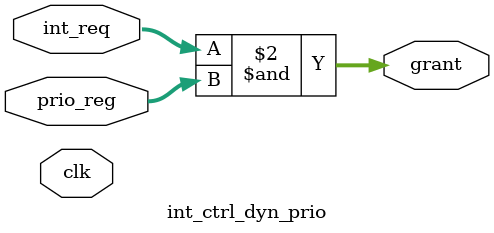
<source format=sv>
module int_ctrl_dyn_prio #(parameter N=4)(
    input clk,
    input [N-1:0] int_req,
    input [N-1:0] prio_reg,
    output reg [N-1:0] grant
);
    // 使用更高效的并行赋值替代while循环
    // 通过位级与操作实现优先级控制
    always @(*) begin
        grant = int_req & prio_reg;
    end
endmodule
</source>
